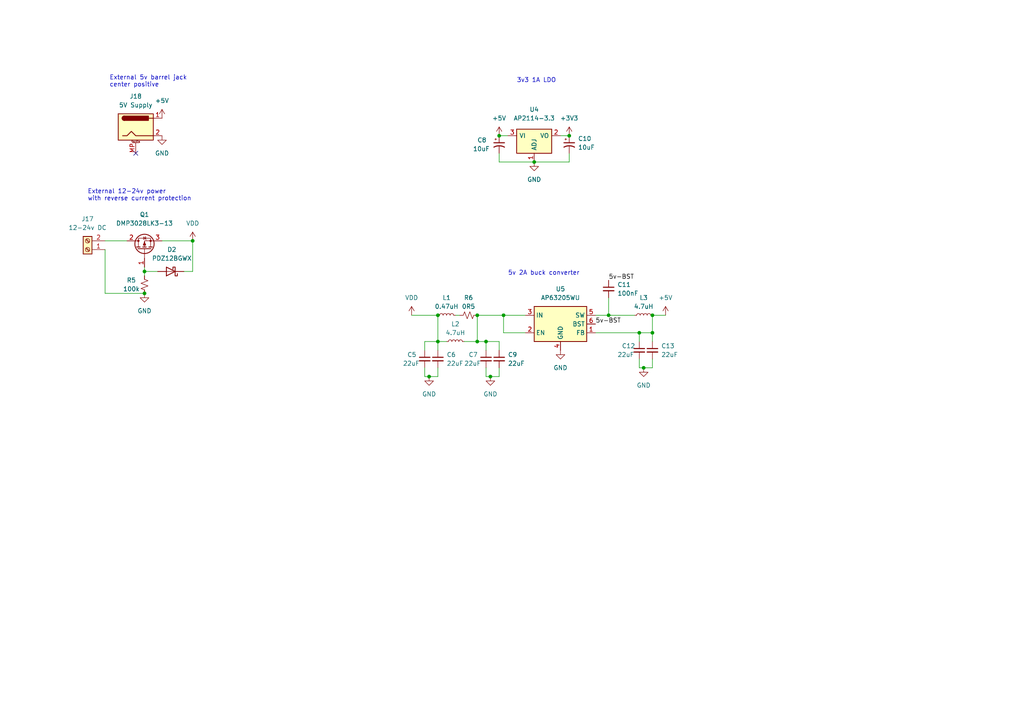
<source format=kicad_sch>
(kicad_sch (version 20211123) (generator eeschema)
  (paper "A4")
  (lib_symbols
    (symbol "Connector:Barrel_Jack_MountingPin" (pin_names hide)
      (property "Reference" "J" (at 0 5.334 0))
      (property "Value" "Barrel_Jack_MountingPin" (at 1.27 -6.35 0))
      (symbol "Barrel_Jack_MountingPin_0_1"
        (rectangle (start -5.08 3.81) (end 5.08 -3.81) (stroke (width 0.254)) (fill (type background)))
        (arc (start -3.302 3.175) (mid -3.937 2.54) (end -3.302 1.905) (stroke (width 0.254)))
        (arc (start -3.302 3.175) (mid -3.937 2.54) (end -3.302 1.905) (stroke (width 0.254)) (fill (type outline)))
        (polyline (pts (xy 5.08 2.54) (xy 3.81 2.54)) (stroke (width 0.254)))
        (polyline (pts (xy -3.81 -2.54) (xy -2.54 -2.54) (xy -1.27 -1.27) (xy 0 -2.54) (xy 2.54 -2.54) (xy 5.08 -2.54)) (stroke (width 0.254)))
        (rectangle (start 3.683 3.175) (end -3.302 1.905) (stroke (width 0.254)) (fill (type outline)))
      )
      (symbol "Barrel_Jack_MountingPin_1_1"
        (polyline (pts (xy -1.016 -4.572) (xy 1.016 -4.572)) (stroke (width 0.1524)))
        (text "Mounting" (at 0 -4.191 0) (effects (font (size 0.381 0.381))))
        (pin passive line (at 7.62 2.54 180) (length 2.54) (name "~") (number "1"))
        (pin passive line (at 7.62 -2.54 180) (length 2.54) (name "~") (number "2"))
        (pin passive line (at 0 -7.62 90) (length 3.048) (name "MountPin") (number "MP"))
      )
    )
    (symbol "Connector:Screw_Terminal_01x02" (pin_names (offset 1.016) hide)
      (property "Reference" "J" (at 0 2.54 0))
      (property "Value" "Screw_Terminal_01x02" (at 0 -5.08 0))
      (symbol "Screw_Terminal_01x02_1_1"
        (rectangle (start -1.27 1.27) (end 1.27 -3.81) (stroke (width 0.254)) (fill (type background)))
        (circle (center 0 -2.54) (radius 0.635) (stroke (width 0.1524)))
        (polyline (pts (xy -0.5334 -2.2098) (xy 0.3302 -3.048)) (stroke (width 0.1524)))
        (polyline (pts (xy -0.5334 0.3302) (xy 0.3302 -0.508)) (stroke (width 0.1524)))
        (polyline (pts (xy -0.3556 -2.032) (xy 0.508 -2.8702)) (stroke (width 0.1524)))
        (polyline (pts (xy -0.3556 0.508) (xy 0.508 -0.3302)) (stroke (width 0.1524)))
        (circle (center 0 0) (radius 0.635) (stroke (width 0.1524)))
        (pin passive line (at -5.08 0 0) (length 3.81) (name "Pin_1") (number "1"))
        (pin passive line (at -5.08 -2.54 0) (length 3.81) (name "Pin_2") (number "2"))
      )
    )
    (symbol "Device:C_Polarized_Small_US" (pin_numbers hide) (pin_names (offset 0.254) hide)
      (property "Reference" "C" (at 0.254 1.778 0))
      (property "Value" "C_Polarized_Small_US" (at 0.254 -2.032 0))
      (symbol "C_Polarized_Small_US_0_1"
        (polyline (pts (xy -1.524 0.508) (xy 1.524 0.508)) (stroke (width 0.3048)))
        (polyline (pts (xy -1.27 1.524) (xy -0.762 1.524)))
        (polyline (pts (xy -1.016 1.27) (xy -1.016 1.778)))
        (arc (start 1.524 -0.762) (mid 0 -0.3734) (end -1.524 -0.762) (stroke (width 0.3048)))
      )
      (symbol "C_Polarized_Small_US_1_1"
        (pin passive line (at 0 2.54 270) (length 2.032) (name "~") (number "1"))
        (pin passive line (at 0 -2.54 90) (length 2.032) (name "~") (number "2"))
      )
    )
    (symbol "Device:C_Small" (pin_numbers hide) (pin_names (offset 0.254) hide)
      (property "Reference" "C" (at 0.254 1.778 0))
      (property "Value" "C_Small" (at 0.254 -2.032 0))
      (symbol "C_Small_0_1"
        (polyline (pts (xy -1.524 -0.508) (xy 1.524 -0.508)) (stroke (width 0.3302)))
        (polyline (pts (xy -1.524 0.508) (xy 1.524 0.508)) (stroke (width 0.3048)))
      )
      (symbol "C_Small_1_1"
        (pin passive line (at 0 2.54 270) (length 2.032) (name "~") (number "1"))
        (pin passive line (at 0 -2.54 90) (length 2.032) (name "~") (number "2"))
      )
    )
    (symbol "Device:D_Schottky" (pin_numbers hide) (pin_names (offset 1.016) hide)
      (property "Reference" "D" (at 0 2.54 0))
      (property "Value" "D_Schottky" (at 0 -2.54 0))
      (symbol "D_Schottky_0_1"
        (polyline (pts (xy 1.27 0) (xy -1.27 0)))
        (polyline (pts (xy 1.27 1.27) (xy 1.27 -1.27) (xy -1.27 0) (xy 1.27 1.27)) (stroke (width 0.254)))
        (polyline (pts (xy -1.905 0.635) (xy -1.905 1.27) (xy -1.27 1.27) (xy -1.27 -1.27) (xy -0.635 -1.27) (xy -0.635 -0.635)) (stroke (width 0.254)))
      )
      (symbol "D_Schottky_1_1"
        (pin passive line (at -3.81 0 0) (length 2.54) (name "K") (number "1"))
        (pin passive line (at 3.81 0 180) (length 2.54) (name "A") (number "2"))
      )
    )
    (symbol "Device:L_Small" (pin_numbers hide) (pin_names (offset 0.254) hide)
      (property "Reference" "L" (at 0.762 1.016 0))
      (property "Value" "L_Small" (at 0.762 -1.016 0))
      (symbol "L_Small_0_1"
        (arc (start 0 -2.032) (mid 0.508 -1.524) (end 0 -1.016))
        (arc (start 0 -1.016) (mid 0.508 -0.508) (end 0 0))
        (arc (start 0 0) (mid 0.508 0.508) (end 0 1.016))
        (arc (start 0 1.016) (mid 0.508 1.524) (end 0 2.032))
      )
      (symbol "L_Small_1_1"
        (pin passive line (at 0 2.54 270) (length 0.508) (name "~") (number "1"))
        (pin passive line (at 0 -2.54 90) (length 0.508) (name "~") (number "2"))
      )
    )
    (symbol "Device:R_Small_US" (pin_numbers hide) (pin_names (offset 0.254) hide)
      (property "Reference" "R" (at 0.762 0.508 0))
      (property "Value" "R_Small_US" (at 0.762 -1.016 0))
      (symbol "R_Small_US_1_1"
        (polyline (pts (xy 0 0) (xy 1.016 -0.381) (xy 0 -0.762) (xy -1.016 -1.143) (xy 0 -1.524)))
        (polyline (pts (xy 0 1.524) (xy 1.016 1.143) (xy 0 0.762) (xy -1.016 0.381) (xy 0 0)))
        (pin passive line (at 0 2.54 270) (length 1.016) (name "~") (number "1"))
        (pin passive line (at 0 -2.54 90) (length 1.016) (name "~") (number "2"))
      )
    )
    (symbol "Regulator_Linear:AMS1117" (pin_names (offset 0.762))
      (property "Reference" "U" (at -3.81 3.175 0))
      (property "Value" "AMS1117" (at 0 3.175 0))
      (symbol "AMS1117_0_1"
        (rectangle (start -5.08 -5.08) (end 5.08 1.905) (stroke (width 0.254)) (fill (type background)))
      )
      (symbol "AMS1117_1_1"
        (pin input line (at 0 -7.62 90) (length 2.54) (name "ADJ") (number "1"))
        (pin power_out line (at 7.62 0 180) (length 2.54) (name "VO") (number "2"))
        (pin power_in line (at -7.62 0 0) (length 2.54) (name "VI") (number "3"))
      )
    )
    (symbol "Regulator_Switching:AP63205WU"
      (property "Reference" "U" (at -7.62 6.35 0))
      (property "Value" "AP63205WU" (at 2.54 6.35 0))
      (symbol "AP63205WU_0_1"
        (rectangle (start -7.62 5.08) (end 7.62 -5.08) (stroke (width 0.254)) (fill (type background)))
      )
      (symbol "AP63205WU_1_1"
        (pin input line (at 10.16 -2.54 180) (length 2.54) (name "FB") (number "1"))
        (pin input line (at -10.16 -2.54 0) (length 2.54) (name "EN") (number "2"))
        (pin power_in line (at -10.16 2.54 0) (length 2.54) (name "IN") (number "3"))
        (pin power_in line (at 0 -7.62 90) (length 2.54) (name "GND") (number "4"))
        (pin output line (at 10.16 2.54 180) (length 2.54) (name "SW") (number "5"))
        (pin passive line (at 10.16 0 180) (length 2.54) (name "BST") (number "6"))
      )
    )
    (symbol "Transistor_FET:SUD08P06-155L" (pin_names hide)
      (property "Reference" "Q" (at 4.953 1.905 0))
      (property "Value" "SUD08P06-155L" (at 4.953 0 0))
      (symbol "SUD08P06-155L_0_1"
        (polyline (pts (xy 0.254 0) (xy -2.54 0)))
        (polyline (pts (xy 0.254 1.905) (xy 0.254 -1.905)) (stroke (width 0.254)))
        (polyline (pts (xy 0.762 -1.27) (xy 0.762 -2.286)) (stroke (width 0.254)))
        (polyline (pts (xy 0.762 0.508) (xy 0.762 -0.508)) (stroke (width 0.254)))
        (polyline (pts (xy 0.762 2.286) (xy 0.762 1.27)) (stroke (width 0.254)))
        (polyline (pts (xy 2.54 2.54) (xy 2.54 1.778)))
        (polyline (pts (xy 2.54 -2.54) (xy 2.54 0) (xy 0.762 0)))
        (polyline (pts (xy 0.762 1.778) (xy 3.302 1.778) (xy 3.302 -1.778) (xy 0.762 -1.778)))
        (polyline (pts (xy 2.286 0) (xy 1.27 0.381) (xy 1.27 -0.381) (xy 2.286 0)) (fill (type outline)))
        (polyline (pts (xy 2.794 -0.508) (xy 2.921 -0.381) (xy 3.683 -0.381) (xy 3.81 -0.254)))
        (polyline (pts (xy 3.302 -0.381) (xy 2.921 0.254) (xy 3.683 0.254) (xy 3.302 -0.381)))
        (circle (center 1.651 0) (radius 2.794) (stroke (width 0.254)))
        (circle (center 2.54 -1.778) (radius 0.254) (fill (type outline)))
        (circle (center 2.54 1.778) (radius 0.254) (fill (type outline)))
      )
      (symbol "SUD08P06-155L_1_1"
        (pin input line (at -5.08 0 0) (length 2.54) (name "G") (number "1"))
        (pin passive line (at 2.54 5.08 270) (length 2.54) (name "D") (number "2"))
        (pin passive line (at 2.54 -5.08 90) (length 2.54) (name "S") (number "3"))
      )
    )
    (symbol "power:+3V3" (power) (pin_names (offset 0))
      (property "Value" "+3V3" (at 0 3.556 0))
      (symbol "+3V3_0_1"
        (polyline (pts (xy -0.762 1.27) (xy 0 2.54)))
        (polyline (pts (xy 0 0) (xy 0 2.54)))
        (polyline (pts (xy 0 2.54) (xy 0.762 1.27)))
      )
      (symbol "+3V3_1_1"
        (pin power_in line (at 0 0 90) (length 0) hide (name "+3V3") (number "1"))
      )
    )
    (symbol "power:+5V" (power) (pin_names (offset 0))
      (property "Value" "+5V" (at 0 3.556 0))
      (symbol "+5V_0_1"
        (polyline (pts (xy -0.762 1.27) (xy 0 2.54)))
        (polyline (pts (xy 0 0) (xy 0 2.54)))
        (polyline (pts (xy 0 2.54) (xy 0.762 1.27)))
      )
      (symbol "+5V_1_1"
        (pin power_in line (at 0 0 90) (length 0) hide (name "+5V") (number "1"))
      )
    )
    (symbol "power:GND" (power) (pin_names (offset 0))
      (property "Value" "GND" (at 0 -3.81 0))
      (symbol "GND_0_1"
        (polyline (pts (xy 0 0) (xy 0 -1.27) (xy 1.27 -1.27) (xy 0 -2.54) (xy -1.27 -1.27) (xy 0 -1.27)))
      )
      (symbol "GND_1_1"
        (pin power_in line (at 0 0 270) (length 0) hide (name "GND") (number "1"))
      )
    )
    (symbol "power:VDD" (power) (pin_names (offset 0))
      (property "Value" "VDD" (at 0 3.81 0))
      (symbol "VDD_0_1"
        (polyline (pts (xy -0.762 1.27) (xy 0 2.54)))
        (polyline (pts (xy 0 0) (xy 0 2.54)))
        (polyline (pts (xy 0 2.54) (xy 0.762 1.27)))
      )
      (symbol "VDD_1_1"
        (pin power_in line (at 0 0 90) (length 0) hide (name "VDD") (number "1"))
      )
    )
  )
  (junction (at 138.43 99.06))
  (junction (at 186.69 106.68))
  (junction (at 138.43 91.44))
  (junction (at 146.05 91.44))
  (junction (at 124.46 109.22))
  (junction (at 165.1 39.37))
  (junction (at 41.91 85.09))
  (junction (at 127 99.06))
  (junction (at 140.97 99.06))
  (junction (at 55.88 69.85))
  (junction (at 185.42 96.52))
  (junction (at 127 91.44))
  (junction (at 189.23 96.52))
  (junction (at 154.94 46.99))
  (junction (at 176.53 91.44))
  (junction (at 189.23 91.44))
  (junction (at 144.78 39.37))
  (junction (at 142.24 109.22))
  (junction (at 41.91 78.74))
  (no_connect (at 39.37 44.45))
  (wire (pts (xy 134.62 99.06) (xy 138.43 99.06)))
  (wire (pts (xy 144.78 39.37) (xy 147.32 39.37)))
  (wire (pts (xy 127 99.06) (xy 127 101.6)))
  (wire (pts (xy 185.42 104.14) (xy 185.42 106.68)))
  (wire (pts (xy 189.23 104.14) (xy 189.23 106.68)))
  (wire (pts (xy 176.53 86.36) (xy 176.53 91.44)))
  (wire (pts (xy 127 99.06) (xy 129.54 99.06)))
  (wire (pts (xy 127 99.06) (xy 123.19 99.06)))
  (wire (pts (xy 127 106.68) (xy 127 109.22)))
  (wire (pts (xy 165.1 44.45) (xy 165.1 46.99)))
  (wire (pts (xy 185.42 106.68) (xy 186.69 106.68)))
  (wire (pts (xy 144.78 101.6) (xy 144.78 99.06)))
  (wire (pts (xy 152.4 96.52) (xy 146.05 96.52)))
  (wire (pts (xy 41.91 78.74) (xy 45.72 78.74)))
  (wire (pts (xy 189.23 91.44) (xy 193.04 91.44)))
  (wire (pts (xy 138.43 91.44) (xy 138.43 99.06)))
  (wire (pts (xy 123.19 109.22) (xy 124.46 109.22)))
  (wire (pts (xy 144.78 44.45) (xy 144.78 46.99)))
  (wire (pts (xy 41.91 78.74) (xy 41.91 80.01)))
  (wire (pts (xy 55.88 69.85) (xy 55.88 78.74)))
  (wire (pts (xy 41.91 85.09) (xy 30.48 85.09)))
  (wire (pts (xy 144.78 106.68) (xy 144.78 109.22)))
  (wire (pts (xy 30.48 69.85) (xy 36.83 69.85)))
  (wire (pts (xy 30.48 85.09) (xy 30.48 72.39)))
  (wire (pts (xy 140.97 99.06) (xy 144.78 99.06)))
  (wire (pts (xy 55.88 78.74) (xy 53.34 78.74)))
  (wire (pts (xy 165.1 46.99) (xy 154.94 46.99)))
  (wire (pts (xy 176.53 91.44) (xy 184.15 91.44)))
  (wire (pts (xy 41.91 77.47) (xy 41.91 78.74)))
  (wire (pts (xy 185.42 96.52) (xy 172.72 96.52)))
  (wire (pts (xy 140.97 99.06) (xy 140.97 101.6)))
  (wire (pts (xy 146.05 91.44) (xy 152.4 91.44)))
  (wire (pts (xy 189.23 96.52) (xy 185.42 96.52)))
  (wire (pts (xy 186.69 106.68) (xy 189.23 106.68)))
  (wire (pts (xy 127 91.44) (xy 127 99.06)))
  (wire (pts (xy 162.56 39.37) (xy 165.1 39.37)))
  (wire (pts (xy 119.38 91.44) (xy 127 91.44)))
  (wire (pts (xy 185.42 99.06) (xy 185.42 96.52)))
  (wire (pts (xy 140.97 106.68) (xy 140.97 109.22)))
  (wire (pts (xy 146.05 96.52) (xy 146.05 91.44)))
  (wire (pts (xy 132.08 91.44) (xy 133.35 91.44)))
  (wire (pts (xy 142.24 109.22) (xy 144.78 109.22)))
  (wire (pts (xy 46.99 69.85) (xy 55.88 69.85)))
  (wire (pts (xy 124.46 109.22) (xy 127 109.22)))
  (wire (pts (xy 123.19 106.68) (xy 123.19 109.22)))
  (wire (pts (xy 140.97 109.22) (xy 142.24 109.22)))
  (wire (pts (xy 189.23 99.06) (xy 189.23 96.52)))
  (wire (pts (xy 144.78 46.99) (xy 154.94 46.99)))
  (wire (pts (xy 172.72 91.44) (xy 176.53 91.44)))
  (wire (pts (xy 123.19 99.06) (xy 123.19 101.6)))
  (wire (pts (xy 138.43 99.06) (xy 140.97 99.06)))
  (wire (pts (xy 138.43 91.44) (xy 146.05 91.44)))
  (wire (pts (xy 189.23 91.44) (xy 189.23 96.52)))
  (text "5v 2A buck converter" (at 147.32 80.01 0) (effects (font (size 1.27 1.27)) (justify left bottom)))
  (text "External 12-24v power\nwith reverse current protection" (at 25.4 58.42 0) (effects (font (size 1.27 1.27)) (justify left bottom)))
  (text "3v3 1A LDO" (at 149.86 24.13 0) (effects (font (size 1.27 1.27)) (justify left bottom)))
  (text "External 5v barrel jack\ncenter positive" (at 31.75 25.4 0) (effects (font (size 1.27 1.27)) (justify left bottom)))
  (label "5v-BST" (at 176.53 81.28 0))
  (label "5v-BST" (at 172.72 93.98 0))
  (symbol (lib_id "power:GND") (at 41.91 85.09 0) (unit 1)
    (property "Reference" "#PWR046" (effects hide))
    (property "Value" "GND" (at 41.91 90.17 0))
  )
  (symbol (lib_id "Device:C_Small") (at 176.53 83.82 0) (unit 1)
    (property "Reference" "C11" (at 179.07 82.5562 0) (effects (justify left)))
    (property "Value" "100nF" (at 179.07 85.0962 0) (effects (justify left)))
    (property "Footprint" "Capacitor_SMD:C_0603_1608Metric_Pad1.08x0.95mm_HandSolder" (effects hide))
    (property "Mouser" "603-CC603KPX7R9BB104" (effects hide))
    (property "LCSC" "C478888" (effects hide))
  )
  (symbol (lib_id "Device:D_Schottky") (at 49.53 78.74 180) (unit 1)
    (property "Reference" "D2" (at 49.8475 72.39 0))
    (property "Value" "PDZ12BGWX" (at 49.8475 74.93 0))
    (property "Footprint" "Diode_SMD:D_SOD-123" (effects hide))
    (property "Mouser" "771-PDZ12BGWX" (effects hide))
    (property "LCSC" "C173429" (effects hide))
  )
  (symbol (lib_id "power:+3V3") (at 165.1 39.37 0) (unit 1)
    (property "Reference" "#PWR056" (effects hide))
    (property "Value" "+3V3" (at 165.1 34.29 0))
  )
  (symbol (lib_id "Device:C_Polarized_Small_US") (at 144.78 41.91 0) (unit 1)
    (property "Reference" "C8" (at 138.43 40.64 0) (effects (justify left)))
    (property "Value" "10uF" (at 137.16 43.18 0) (effects (justify left)))
    (property "Footprint" "Capacitor_SMD:CP_Elec_5x5.3" (effects hide))
    (property "Mouser" "710-865230542002" (effects hide))
    (property "LCSC" "C59943" (effects hide))
  )
  (symbol (lib_id "Device:R_Small_US") (at 135.89 91.44 90) (unit 1)
    (property "Reference" "R6" (at 135.89 86.36 90))
    (property "Value" "0R5" (at 135.89 88.9 90))
    (property "Footprint" "Resistor_SMD:R_0805_2012Metric_Pad1.20x1.40mm_HandSolder" (effects hide))
    (property "Mouser" "756-LRCS0805-R50FT5" (effects hide))
    (property "LCSC" "C303757" (effects hide))
  )
  (symbol (lib_id "power:GND") (at 154.94 46.99 0) (unit 1)
    (property "Reference" "#PWR054" (effects hide))
    (property "Value" "GND" (at 154.94 52.07 0))
  )
  (symbol (lib_id "Transistor_FET:SUD08P06-155L") (at 41.91 72.39 90) (unit 1)
    (property "Reference" "Q1" (at 41.91 62.23 90))
    (property "Value" "DMP3028LK3-13" (at 41.91 64.77 90))
    (property "Footprint" "Package_TO_SOT_SMD:TO-252-2" (effects hide))
    (property "Datasheet" "https://www.vishay.com/docs/62843/sud08p06-155l-ge3.pdf" (effects hide))
    (property "Mouser" "621-DMP3028LK3-13" (effects hide))
    (property "LCSC" "C461078" (effects hide))
  )
  (symbol (lib_id "power:+5V") (at 193.04 91.44 0) (unit 1)
    (property "Reference" "#PWR058" (effects hide))
    (property "Value" "+5V" (at 193.04 86.36 0))
  )
  (symbol (lib_id "power:+5V") (at 46.99 34.29 0) (unit 1)
    (property "Reference" "#PWR047" (effects hide))
    (property "Value" "+5V" (at 46.99 29.21 0))
  )
  (symbol (lib_id "Device:C_Small") (at 144.78 104.14 0) (unit 1)
    (property "Reference" "C9" (at 147.32 102.8762 0) (effects (justify left)))
    (property "Value" "22uF" (at 147.32 105.4162 0) (effects (justify left)))
    (property "Footprint" "Capacitor_SMD:C_0603_1608Metric_Pad1.08x0.95mm_HandSolder" (effects hide))
    (property "Mouser" "810-C1608X5R0J226M" (effects hide))
    (property "LCSC" "C59461" (effects hide))
  )
  (symbol (lib_id "Connector:Barrel_Jack_MountingPin") (at 39.37 36.83 0) (unit 1)
    (property "Reference" "J18" (at 39.37 27.94 0))
    (property "Value" "5V Supply" (at 39.37 30.48 0))
    (property "Footprint" "Connector_BarrelJack:BarrelJack_Horizontal" (effects hide))
  )
  (symbol (lib_id "power:GND") (at 186.69 106.68 0) (unit 1)
    (property "Reference" "#PWR057" (effects hide))
    (property "Value" "GND" (at 186.69 111.76 0))
  )
  (symbol (lib_id "power:VDD") (at 55.88 69.85 0) (unit 1)
    (property "Reference" "#PWR049" (effects hide))
    (property "Value" "VDD" (at 55.88 64.77 0))
  )
  (symbol (lib_id "power:VDD") (at 119.38 91.44 0) (unit 1)
    (property "Reference" "#PWR050" (effects hide))
    (property "Value" "VDD" (at 119.38 86.36 0))
  )
  (symbol (lib_id "Device:R_Small_US") (at 41.91 82.55 180) (unit 1)
    (property "Reference" "R5" (at 38.1 81.28 0))
    (property "Value" "100k" (at 38.1 83.82 0))
    (property "Footprint" "Resistor_SMD:R_1206_3216Metric_Pad1.30x1.75mm_HandSolder" (effects hide))
    (property "Mouser" "71-CRCW1206100KFKEAC" (effects hide))
    (property "LCSC" "C17900" (effects hide))
  )
  (symbol (lib_id "power:GND") (at 142.24 109.22 0) (unit 1)
    (property "Reference" "#PWR052" (effects hide))
    (property "Value" "GND" (at 142.24 114.3 0))
  )
  (symbol (lib_id "Regulator_Linear:AMS1117") (at 154.94 39.37 0) (unit 1)
    (property "Reference" "U4" (at 154.94 31.75 0))
    (property "Value" "AP2114-3.3" (at 154.94 34.29 0))
    (property "Footprint" "Package_TO_SOT_SMD:SOT-223-3_TabPin2" (effects hide))
    (property "Datasheet" "http://www.advanced-monolithic.com/pdf/ds1117.pdf" (effects hide))
    (property "Mouser" "621-AP2114H-3.3TRG1" (effects hide))
    (property "LCSC" "C150716" (effects hide))
  )
  (symbol (lib_id "power:+5V") (at 144.78 39.37 0) (unit 1)
    (property "Reference" "#PWR053" (effects hide))
    (property "Value" "+5V" (at 144.78 34.29 0))
  )
  (symbol (lib_id "power:GND") (at 124.46 109.22 0) (unit 1)
    (property "Reference" "#PWR051" (effects hide))
    (property "Value" "GND" (at 124.46 114.3 0))
  )
  (symbol (lib_id "Device:C_Small") (at 189.23 101.6 0) (unit 1)
    (property "Reference" "C13" (at 191.77 100.3362 0) (effects (justify left)))
    (property "Value" "22uF" (at 191.77 102.8762 0) (effects (justify left)))
    (property "Footprint" "Capacitor_SMD:C_0603_1608Metric_Pad1.08x0.95mm_HandSolder" (effects hide))
    (property "Mouser" "810-C1608X5R0J226M" (effects hide))
    (property "LCSC" "C59461" (effects hide))
  )
  (symbol (lib_id "Device:C_Small") (at 127 104.14 0) (unit 1)
    (property "Reference" "C6" (at 129.54 102.8762 0) (effects (justify left)))
    (property "Value" "22uF" (at 129.54 105.4162 0) (effects (justify left)))
    (property "Footprint" "Capacitor_SMD:C_0603_1608Metric_Pad1.08x0.95mm_HandSolder" (effects hide))
    (property "Mouser" "810-C1608X5R0J226M" (effects hide))
    (property "LCSC" "C59461" (effects hide))
  )
  (symbol (lib_id "Device:L_Small") (at 186.69 91.44 90) (unit 1)
    (property "Reference" "L3" (at 186.69 86.36 90))
    (property "Value" "4.7uH" (at 186.69 88.9 90))
    (property "Footprint" "Inductor_SMD:L_Taiyo-Yuden_NR-40xx_HandSoldering" (effects hide))
    (property "Mouser" "963-NRS4018T4R7MDGJ" (effects hide))
  )
  (symbol (lib_id "Device:C_Small") (at 123.19 104.14 0) (unit 1)
    (property "Reference" "C5" (at 118.11 102.87 0) (effects (justify left)))
    (property "Value" "22uF" (at 116.84 105.41 0) (effects (justify left)))
    (property "Footprint" "Capacitor_SMD:C_0603_1608Metric_Pad1.08x0.95mm_HandSolder" (effects hide))
    (property "Mouser" "810-C1608X5R0J226M" (effects hide))
    (property "LCSC" "C59461" (effects hide))
  )
  (symbol (lib_id "Device:C_Polarized_Small_US") (at 165.1 41.91 0) (unit 1)
    (property "Reference" "C10" (at 167.64 40.2081 0) (effects (justify left)))
    (property "Value" "10uF" (at 167.64 42.7481 0) (effects (justify left)))
    (property "Footprint" "Capacitor_SMD:CP_Elec_5x5.3" (effects hide))
    (property "Mouser" "710-865230542002" (effects hide))
    (property "LCSC" "C59943" (effects hide))
  )
  (symbol (lib_id "power:GND") (at 162.56 101.6 0) (unit 1)
    (property "Reference" "#PWR055" (effects hide))
    (property "Value" "GND" (at 162.56 106.68 0))
  )
  (symbol (lib_id "power:GND") (at 46.99 39.37 0) (unit 1)
    (property "Reference" "#PWR048" (effects hide))
    (property "Value" "GND" (at 46.99 44.45 0))
  )
  (symbol (lib_id "Device:L_Small") (at 132.08 99.06 90) (unit 1)
    (property "Reference" "L2" (at 132.08 93.98 90))
    (property "Value" "4.7uH" (at 132.08 96.52 90))
    (property "Footprint" "Inductor_SMD:L_Taiyo-Yuden_NR-40xx_HandSoldering" (effects hide))
    (property "Mouser" "963-NRS4018T4R7MDGJ" (effects hide))
  )
  (symbol (lib_id "Device:C_Small") (at 185.42 101.6 0) (unit 1)
    (property "Reference" "C12" (at 180.34 100.33 0) (effects (justify left)))
    (property "Value" "22uF" (at 179.07 102.87 0) (effects (justify left)))
    (property "Footprint" "Capacitor_SMD:C_0603_1608Metric_Pad1.08x0.95mm_HandSolder" (effects hide))
    (property "Mouser" "810-C1608X5R0J226M" (effects hide))
    (property "LCSC" "C59461" (effects hide))
  )
  (symbol (lib_id "Regulator_Switching:AP63205WU") (at 162.56 93.98 0) (unit 1)
    (property "Reference" "U5" (at 162.56 83.82 0))
    (property "Value" "AP63205WU" (at 162.56 86.36 0))
    (property "Footprint" "Package_TO_SOT_SMD:TSOT-23-6" (effects hide))
    (property "Datasheet" "https://www.diodes.com/assets/Datasheets/AP63200-AP63201-AP63203-AP63205.pdf" (effects hide))
    (property "Mouser" "621-AP63205WU-7" (effects hide))
    (property "LCSC" "C2071056" (effects hide))
  )
  (symbol (lib_id "Device:L_Small") (at 129.54 91.44 90) (unit 1)
    (property "Reference" "L1" (at 129.54 86.36 90))
    (property "Value" "0.47uH" (at 129.54 88.9 90))
    (property "Footprint" "Inductor_SMD:L_0603_1608Metric_Pad1.05x0.95mm_HandSolder" (effects hide))
    (property "Mouser" "810-MLZ1608DR47DT000" (effects hide))
  )
  (symbol (lib_id "Connector:Screw_Terminal_01x02") (at 25.4 72.39 180) (unit 1)
    (property "Reference" "J17" (at 25.4 63.5 0))
    (property "Value" "12-24v DC" (at 25.4 66.04 0))
    (property "Footprint" "TerminalBlock_Phoenix:TerminalBlock_Phoenix_MKDS-1,5-2-5.08_1x02_P5.08mm_Horizontal" (effects hide))
    (property "Mouser" "649-220316-H021B01LF" (effects hide))
    (property "LCSC" "C8465" (effects hide))
  )
  (symbol (lib_id "Device:C_Small") (at 140.97 104.14 0) (unit 1)
    (property "Reference" "C7" (at 135.89 102.87 0) (effects (justify left)))
    (property "Value" "22uF" (at 134.62 105.41 0) (effects (justify left)))
    (property "Footprint" "Capacitor_SMD:C_0603_1608Metric_Pad1.08x0.95mm_HandSolder" (effects hide))
    (property "Mouser" "810-C1608X5R0J226" (effects hide))
    (property "LCSC" "C59461" (effects hide))
  )
)
</source>
